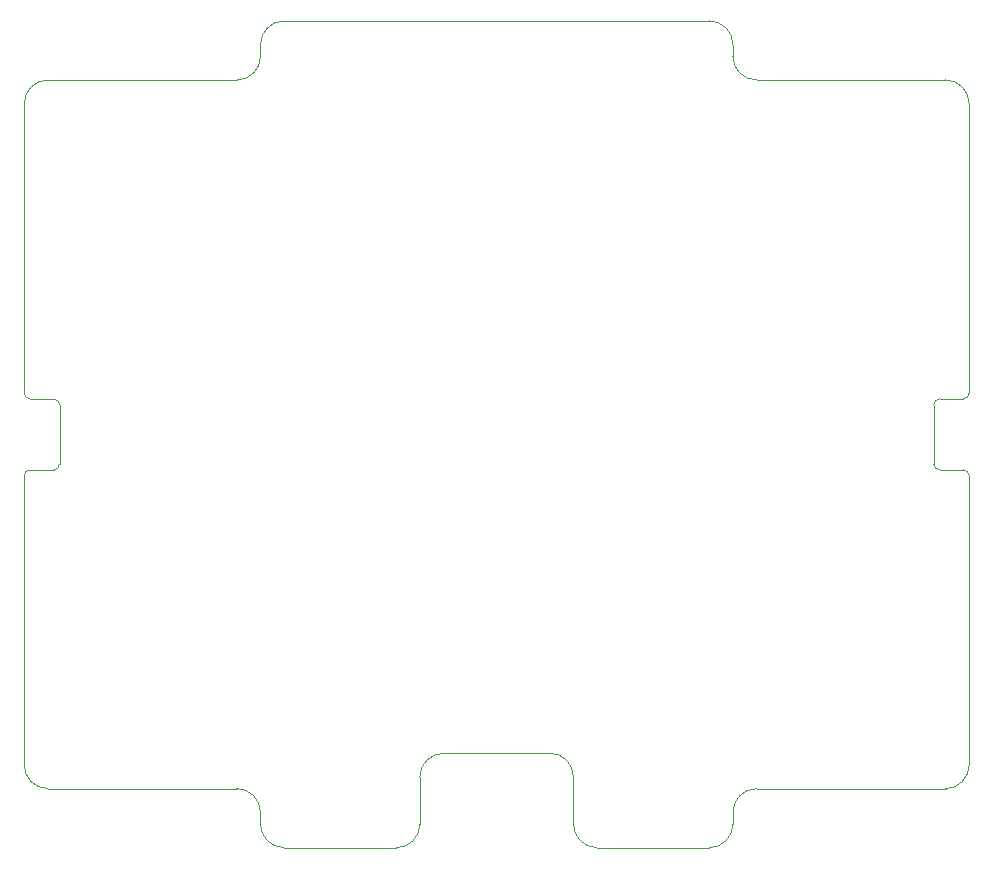
<source format=gbr>
%TF.GenerationSoftware,KiCad,Pcbnew,(5.99.0-12717-g57c7d663b0)*%
%TF.CreationDate,2021-10-22T11:27:59+02:00*%
%TF.ProjectId,Main_PCB,4d61696e-5f50-4434-922e-6b696361645f,rev?*%
%TF.SameCoordinates,Original*%
%TF.FileFunction,Profile,NP*%
%FSLAX46Y46*%
G04 Gerber Fmt 4.6, Leading zero omitted, Abs format (unit mm)*
G04 Created by KiCad (PCBNEW (5.99.0-12717-g57c7d663b0)) date 2021-10-22 11:27:59*
%MOMM*%
%LPD*%
G01*
G04 APERTURE LIST*
%TA.AperFunction,Profile*%
%ADD10C,0.100000*%
%TD*%
G04 APERTURE END LIST*
D10*
X201000000Y-131000000D02*
G75*
G02*
X199000000Y-133000000I-2000000J0D01*
G01*
X187500000Y-66000000D02*
G75*
G02*
X185500000Y-68000000I-2000000J0D01*
G01*
X167500000Y-78500000D02*
X167500000Y-91500000D01*
X212000000Y-125000000D02*
G75*
G02*
X214000000Y-127000000I0J-2000000D01*
G01*
X201000000Y-131000000D02*
X201000000Y-127000000D01*
X185500000Y-128000000D02*
X169500000Y-128000000D01*
X185500000Y-128000000D02*
G75*
G02*
X187500000Y-130000000I0J-2000000D01*
G01*
X247500000Y-126000000D02*
G75*
G02*
X245500000Y-128000000I-2000000J0D01*
G01*
X227500000Y-130000000D02*
G75*
G02*
X229500000Y-128000000I2000000J0D01*
G01*
X169500000Y-68000000D02*
X172500000Y-68000000D01*
X187500000Y-65000000D02*
G75*
G02*
X189500000Y-63000000I2000000J0D01*
G01*
X187500000Y-66000000D02*
X187500000Y-65000000D01*
X216000000Y-133000000D02*
G75*
G02*
X214000000Y-131000000I0J2000000D01*
G01*
X229500000Y-68000000D02*
X245500000Y-68000000D01*
X187500000Y-131000000D02*
X187500000Y-130000000D01*
X168000000Y-95000000D02*
G75*
G02*
X167500000Y-94500000I0J500000D01*
G01*
X201000000Y-127000000D02*
G75*
G02*
X203000000Y-125000000I2000000J0D01*
G01*
X245500000Y-95000000D02*
X245000000Y-95000000D01*
X247000000Y-95000000D02*
X245500000Y-95000000D01*
X247000000Y-95000000D02*
G75*
G03*
X247500000Y-94500000I0J500000D01*
G01*
X167500000Y-121500000D02*
X167500000Y-126000000D01*
X203000000Y-125000000D02*
X212000000Y-125000000D01*
X245000000Y-101000000D02*
G75*
G02*
X244500000Y-100500000I0J500000D01*
G01*
X247500000Y-101500000D02*
X247500000Y-126000000D01*
X170500000Y-100500000D02*
G75*
G02*
X170000000Y-101000000I-500000J0D01*
G01*
X227500000Y-65000000D02*
X227500000Y-66000000D01*
X214000000Y-127000000D02*
X214000000Y-131000000D01*
X245500000Y-128000000D02*
X229500000Y-128000000D01*
X167500000Y-108500000D02*
X167500000Y-121500000D01*
X170000000Y-95000000D02*
G75*
G02*
X170500000Y-95500000I0J-500000D01*
G01*
X189500000Y-133000000D02*
G75*
G02*
X187500000Y-131000000I0J2000000D01*
G01*
X244500000Y-95500000D02*
X244500000Y-100500000D01*
X167500000Y-101500000D02*
G75*
G02*
X168000000Y-101000000I500000J0D01*
G01*
X245000000Y-101000000D02*
X247000000Y-101000000D01*
X229500000Y-68000000D02*
G75*
G02*
X227500000Y-66000000I0J2000000D01*
G01*
X189500000Y-133000000D02*
X199000000Y-133000000D01*
X247500000Y-101500000D02*
G75*
G03*
X247000000Y-101000000I-500000J0D01*
G01*
X247500000Y-70000000D02*
X247500000Y-94500000D01*
X167500000Y-70000000D02*
X167500000Y-78500000D01*
X216000000Y-133000000D02*
X225500000Y-133000000D01*
X169500000Y-128000000D02*
G75*
G02*
X167500000Y-126000000I0J2000000D01*
G01*
X227500000Y-130000000D02*
X227500000Y-131000000D01*
X168000000Y-95000000D02*
X170000000Y-95000000D01*
X167500000Y-91500000D02*
X167500000Y-94500000D01*
X245500000Y-68000000D02*
G75*
G02*
X247500000Y-70000000I0J-2000000D01*
G01*
X167500000Y-101500000D02*
X167500000Y-108500000D01*
X170500000Y-95500000D02*
X170500000Y-100500000D01*
X225500000Y-63000000D02*
G75*
G02*
X227500000Y-65000000I0J-2000000D01*
G01*
X167500000Y-70000000D02*
G75*
G02*
X169500000Y-68000000I2000000J0D01*
G01*
X170000000Y-101000000D02*
X168000000Y-101000000D01*
X227500000Y-131000000D02*
G75*
G02*
X225500000Y-133000000I-2000000J0D01*
G01*
X172500000Y-68000000D02*
X185500000Y-68000000D01*
X244500000Y-95500000D02*
G75*
G02*
X245000000Y-95000000I500000J0D01*
G01*
X189500000Y-63000000D02*
X225500000Y-63000000D01*
M02*

</source>
